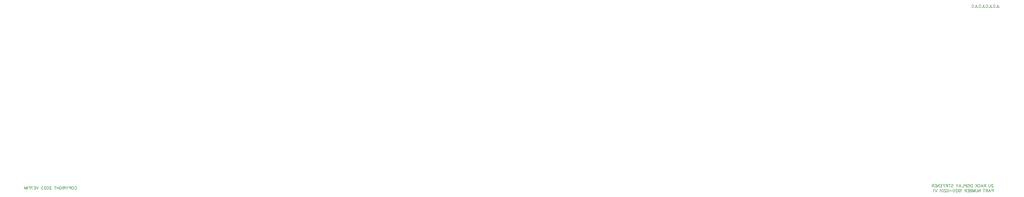
<source format=gbo>
G04 Layer: BottomSilkscreenLayer*
G04 EasyEDA v6.5.29, 2023-07-18 11:26:45*
G04 4de622fa8c6e451e87a0d4283465260b,5a6b42c53f6a479593ecc07194224c93,10*
G04 Gerber Generator version 0.2*
G04 Scale: 100 percent, Rotated: No, Reflected: No *
G04 Dimensions in millimeters *
G04 leading zeros omitted , absolute positions ,4 integer and 5 decimal *
%FSLAX45Y45*%
%MOMM*%

%ADD10C,0.2032*%
%ADD11C,0.1520*%

%LPD*%
D10*
X6141186Y716117D02*
G01*
X6146642Y727026D01*
X6157551Y737936D01*
X6168458Y743389D01*
X6190277Y743389D01*
X6201186Y737936D01*
X6212095Y727026D01*
X6217551Y716117D01*
X6223005Y699754D01*
X6223005Y672482D01*
X6217551Y656117D01*
X6212095Y645208D01*
X6201186Y634298D01*
X6190277Y628845D01*
X6168458Y628845D01*
X6157551Y634298D01*
X6146642Y645208D01*
X6141186Y656117D01*
X6072459Y743389D02*
G01*
X6083368Y737936D01*
X6094277Y727026D01*
X6099733Y716117D01*
X6105187Y699754D01*
X6105187Y672482D01*
X6099733Y656117D01*
X6094277Y645208D01*
X6083368Y634298D01*
X6072459Y628845D01*
X6050640Y628845D01*
X6039733Y634298D01*
X6028824Y645208D01*
X6023368Y656117D01*
X6017915Y672482D01*
X6017915Y699754D01*
X6023368Y716117D01*
X6028824Y727026D01*
X6039733Y737936D01*
X6050640Y743389D01*
X6072459Y743389D01*
X5981915Y743389D02*
G01*
X5981915Y628845D01*
X5981915Y743389D02*
G01*
X5932822Y743389D01*
X5916460Y737936D01*
X5911006Y732482D01*
X5905550Y721573D01*
X5905550Y705208D01*
X5911006Y694298D01*
X5916460Y688845D01*
X5932822Y683389D01*
X5981915Y683389D01*
X5869551Y743389D02*
G01*
X5825914Y688845D01*
X5825914Y628845D01*
X5782279Y743389D02*
G01*
X5825914Y688845D01*
X5746277Y743389D02*
G01*
X5746277Y628845D01*
X5746277Y743389D02*
G01*
X5697186Y743389D01*
X5680824Y737936D01*
X5675370Y732482D01*
X5669915Y721573D01*
X5669915Y710664D01*
X5675370Y699754D01*
X5680824Y694298D01*
X5697186Y688845D01*
X5746277Y688845D01*
X5708096Y688845D02*
G01*
X5669915Y628845D01*
X5633915Y743389D02*
G01*
X5633915Y628845D01*
X5516097Y716117D02*
G01*
X5521551Y727026D01*
X5532460Y737936D01*
X5543369Y743389D01*
X5565188Y743389D01*
X5576097Y737936D01*
X5587006Y727026D01*
X5592460Y716117D01*
X5597916Y699754D01*
X5597916Y672482D01*
X5592460Y656117D01*
X5587006Y645208D01*
X5576097Y634298D01*
X5565188Y628845D01*
X5543369Y628845D01*
X5532460Y634298D01*
X5521551Y645208D01*
X5516097Y656117D01*
X5516097Y672482D01*
X5543369Y672482D02*
G01*
X5516097Y672482D01*
X5480098Y743389D02*
G01*
X5480098Y628845D01*
X5403733Y743389D02*
G01*
X5403733Y628845D01*
X5480098Y688845D02*
G01*
X5403733Y688845D01*
X5329552Y743389D02*
G01*
X5329552Y628845D01*
X5367733Y743389D02*
G01*
X5291371Y743389D01*
X5165915Y716117D02*
G01*
X5165915Y721573D01*
X5160462Y732482D01*
X5155006Y737936D01*
X5144096Y743389D01*
X5122280Y743389D01*
X5111371Y737936D01*
X5105915Y732482D01*
X5100462Y721573D01*
X5100462Y710664D01*
X5105915Y699754D01*
X5116824Y683389D01*
X5171371Y628845D01*
X5095006Y628845D01*
X5026279Y743389D02*
G01*
X5042644Y737936D01*
X5053553Y721573D01*
X5059006Y694298D01*
X5059006Y677936D01*
X5053553Y650664D01*
X5042644Y634298D01*
X5026279Y628845D01*
X5015372Y628845D01*
X4999007Y634298D01*
X4988097Y650664D01*
X4982644Y677936D01*
X4982644Y694298D01*
X4988097Y721573D01*
X4999007Y737936D01*
X5015372Y743389D01*
X5026279Y743389D01*
X4941188Y716117D02*
G01*
X4941188Y721573D01*
X4935735Y732482D01*
X4930279Y737936D01*
X4919370Y743389D01*
X4897554Y743389D01*
X4886645Y737936D01*
X4881189Y732482D01*
X4875735Y721573D01*
X4875735Y710664D01*
X4881189Y699754D01*
X4892098Y683389D01*
X4946644Y628845D01*
X4870279Y628845D01*
X4823371Y743389D02*
G01*
X4763371Y743389D01*
X4796099Y699754D01*
X4779736Y699754D01*
X4768827Y694298D01*
X4763371Y688845D01*
X4757917Y672482D01*
X4757917Y661573D01*
X4763371Y645208D01*
X4774280Y634298D01*
X4790643Y628845D01*
X4807008Y628845D01*
X4823371Y634298D01*
X4828827Y639754D01*
X4834280Y650664D01*
X4637918Y743389D02*
G01*
X4594280Y628845D01*
X4550643Y743389D02*
G01*
X4594280Y628845D01*
X4514644Y743389D02*
G01*
X4514644Y628845D01*
X4514644Y743389D02*
G01*
X4443735Y743389D01*
X4514644Y688845D02*
G01*
X4471009Y688845D01*
X4514644Y628845D02*
G01*
X4443735Y628845D01*
X4331373Y743389D02*
G01*
X4385917Y628845D01*
X4407735Y743389D02*
G01*
X4331373Y743389D01*
X4295373Y743389D02*
G01*
X4295373Y628845D01*
X4295373Y743389D02*
G01*
X4224464Y743389D01*
X4295373Y688845D02*
G01*
X4251736Y688845D01*
X4188462Y743389D02*
G01*
X4188462Y628845D01*
X4152463Y743389D02*
G01*
X4152463Y628845D01*
X4152463Y743389D02*
G01*
X4108828Y628845D01*
X4065191Y743389D02*
G01*
X4108828Y628845D01*
X4065191Y743389D02*
G01*
X4065191Y628845D01*
X44183300Y629089D02*
G01*
X44183300Y514545D01*
X44183300Y629089D02*
G01*
X44134209Y629089D01*
X44117846Y623636D01*
X44112390Y618182D01*
X44106937Y607273D01*
X44106937Y590908D01*
X44112390Y579999D01*
X44117846Y574545D01*
X44134209Y569089D01*
X44183300Y569089D01*
X44027300Y629089D02*
G01*
X44070935Y514545D01*
X44027300Y629089D02*
G01*
X43983663Y514545D01*
X44054572Y552726D02*
G01*
X44000028Y552726D01*
X43947664Y629089D02*
G01*
X43947664Y514545D01*
X43947664Y629089D02*
G01*
X43898573Y629089D01*
X43882210Y623636D01*
X43876755Y618182D01*
X43871300Y607273D01*
X43871300Y596364D01*
X43876755Y585454D01*
X43882210Y579999D01*
X43898573Y574545D01*
X43947664Y574545D01*
X43909482Y574545D02*
G01*
X43871300Y514545D01*
X43797118Y629089D02*
G01*
X43797118Y514545D01*
X43835300Y629089D02*
G01*
X43758937Y629089D01*
X43638937Y629089D02*
G01*
X43638937Y514545D01*
X43638937Y629089D02*
G01*
X43562574Y514545D01*
X43562574Y629089D02*
G01*
X43562574Y514545D01*
X43526572Y629089D02*
G01*
X43526572Y547273D01*
X43521119Y530908D01*
X43510210Y519999D01*
X43493847Y514545D01*
X43482938Y514545D01*
X43466572Y519999D01*
X43455666Y530908D01*
X43450210Y547273D01*
X43450210Y629089D01*
X43414210Y629089D02*
G01*
X43414210Y514545D01*
X43414210Y629089D02*
G01*
X43370573Y514545D01*
X43326938Y629089D02*
G01*
X43370573Y514545D01*
X43326938Y629089D02*
G01*
X43326938Y514545D01*
X43290937Y629089D02*
G01*
X43290937Y514545D01*
X43290937Y629089D02*
G01*
X43241846Y629089D01*
X43225483Y623636D01*
X43220030Y618182D01*
X43214574Y607273D01*
X43214574Y596364D01*
X43220030Y585454D01*
X43225483Y579999D01*
X43241846Y574545D01*
X43290937Y574545D02*
G01*
X43241846Y574545D01*
X43225483Y569089D01*
X43220030Y563636D01*
X43214574Y552726D01*
X43214574Y536364D01*
X43220030Y525454D01*
X43225483Y519999D01*
X43241846Y514545D01*
X43290937Y514545D01*
X43178575Y629089D02*
G01*
X43178575Y514545D01*
X43178575Y629089D02*
G01*
X43107665Y629089D01*
X43178575Y574545D02*
G01*
X43134937Y574545D01*
X43178575Y514545D02*
G01*
X43107665Y514545D01*
X43071666Y629089D02*
G01*
X43071666Y514545D01*
X43071666Y629089D02*
G01*
X43022575Y629089D01*
X43006210Y623636D01*
X43000757Y618182D01*
X42995301Y607273D01*
X42995301Y596364D01*
X43000757Y585454D01*
X43006210Y579999D01*
X43022575Y574545D01*
X43071666Y574545D01*
X43033485Y574545D02*
G01*
X42995301Y514545D01*
X42875301Y607273D02*
G01*
X42864392Y612726D01*
X42848029Y629089D01*
X42848029Y514545D01*
X42741121Y590908D02*
G01*
X42746574Y574545D01*
X42757483Y563636D01*
X42773848Y558182D01*
X42779302Y558182D01*
X42795667Y563636D01*
X42806574Y574545D01*
X42812030Y590908D01*
X42812030Y596364D01*
X42806574Y612726D01*
X42795667Y623636D01*
X42779302Y629089D01*
X42773848Y629089D01*
X42757483Y623636D01*
X42746574Y612726D01*
X42741121Y590908D01*
X42741121Y563636D01*
X42746574Y536364D01*
X42757483Y519999D01*
X42773848Y514545D01*
X42784758Y514545D01*
X42801120Y519999D01*
X42806574Y530908D01*
X42699665Y601817D02*
G01*
X42699665Y607273D01*
X42694212Y618182D01*
X42688756Y623636D01*
X42677849Y629089D01*
X42656031Y629089D01*
X42645121Y623636D01*
X42639665Y618182D01*
X42634212Y607273D01*
X42634212Y596364D01*
X42639665Y585454D01*
X42650575Y569089D01*
X42705121Y514545D01*
X42628756Y514545D01*
X42560031Y629089D02*
G01*
X42576394Y623636D01*
X42587303Y607273D01*
X42592757Y579999D01*
X42592757Y563636D01*
X42587303Y536364D01*
X42576394Y519999D01*
X42560031Y514545D01*
X42549122Y514545D01*
X42532757Y519999D01*
X42521847Y536364D01*
X42516394Y563636D01*
X42516394Y579999D01*
X42521847Y607273D01*
X42532757Y623636D01*
X42549122Y629089D01*
X42560031Y629089D01*
X42480395Y563636D02*
G01*
X42382213Y563636D01*
X42313486Y629089D02*
G01*
X42329849Y623636D01*
X42340758Y607273D01*
X42346211Y579999D01*
X42346211Y563636D01*
X42340758Y536364D01*
X42329849Y519999D01*
X42313486Y514545D01*
X42302577Y514545D01*
X42286212Y519999D01*
X42275302Y536364D01*
X42269849Y563636D01*
X42269849Y579999D01*
X42275302Y607273D01*
X42286212Y623636D01*
X42302577Y629089D01*
X42313486Y629089D01*
X42228394Y601817D02*
G01*
X42228394Y607273D01*
X42222940Y618182D01*
X42217484Y623636D01*
X42206575Y629089D01*
X42184759Y629089D01*
X42173850Y623636D01*
X42168394Y618182D01*
X42162940Y607273D01*
X42162940Y596364D01*
X42168394Y585454D01*
X42179303Y569089D01*
X42233850Y514545D01*
X42157484Y514545D01*
X42088757Y629089D02*
G01*
X42105122Y623636D01*
X42116032Y607273D01*
X42121485Y579999D01*
X42121485Y563636D01*
X42116032Y536364D01*
X42105122Y519999D01*
X42088757Y514545D01*
X42077850Y514545D01*
X42061485Y519999D01*
X42050576Y536364D01*
X42045122Y563636D01*
X42045122Y579999D01*
X42050576Y607273D01*
X42061485Y623636D01*
X42077850Y629089D01*
X42088757Y629089D01*
X42009123Y607273D02*
G01*
X41998214Y612726D01*
X41981848Y629089D01*
X41981848Y514545D01*
X41861849Y629089D02*
G01*
X41818214Y514545D01*
X41774577Y629089D02*
G01*
X41818214Y514545D01*
X41738577Y607273D02*
G01*
X41727668Y612726D01*
X41711305Y629089D01*
X41711305Y514545D01*
X44177846Y805017D02*
G01*
X44177846Y810473D01*
X44172390Y821382D01*
X44166937Y826836D01*
X44156028Y832289D01*
X44134209Y832289D01*
X44123300Y826836D01*
X44117846Y821382D01*
X44112390Y810473D01*
X44112390Y799564D01*
X44117846Y788654D01*
X44128753Y772289D01*
X44183300Y717745D01*
X44106937Y717745D01*
X44070935Y832289D02*
G01*
X44070935Y750473D01*
X44065482Y734108D01*
X44054572Y723199D01*
X44038210Y717745D01*
X44027300Y717745D01*
X44010935Y723199D01*
X44000028Y734108D01*
X43994572Y750473D01*
X43994572Y832289D01*
X43874573Y832289D02*
G01*
X43874573Y717745D01*
X43874573Y832289D02*
G01*
X43825482Y832289D01*
X43809119Y826836D01*
X43803663Y821382D01*
X43798210Y810473D01*
X43798210Y799564D01*
X43803663Y788654D01*
X43809119Y783199D01*
X43825482Y777745D01*
X43874573Y777745D01*
X43836391Y777745D02*
G01*
X43798210Y717745D01*
X43718573Y832289D02*
G01*
X43762211Y717745D01*
X43718573Y832289D02*
G01*
X43674936Y717745D01*
X43745845Y755926D02*
G01*
X43691302Y755926D01*
X43557118Y805017D02*
G01*
X43562574Y815926D01*
X43573484Y826836D01*
X43584390Y832289D01*
X43606209Y832289D01*
X43617118Y826836D01*
X43628028Y815926D01*
X43633483Y805017D01*
X43638937Y788654D01*
X43638937Y761382D01*
X43633483Y745017D01*
X43628028Y734108D01*
X43617118Y723199D01*
X43606209Y717745D01*
X43584390Y717745D01*
X43573484Y723199D01*
X43562574Y734108D01*
X43557118Y745017D01*
X43521119Y832289D02*
G01*
X43521119Y717745D01*
X43444756Y832289D02*
G01*
X43521119Y755926D01*
X43493847Y783199D02*
G01*
X43444756Y717745D01*
X43324757Y832289D02*
G01*
X43324757Y717745D01*
X43324757Y832289D02*
G01*
X43286573Y832289D01*
X43270210Y826836D01*
X43259301Y815926D01*
X43253847Y805017D01*
X43248392Y788654D01*
X43248392Y761382D01*
X43253847Y745017D01*
X43259301Y734108D01*
X43270210Y723199D01*
X43286573Y717745D01*
X43324757Y717745D01*
X43212392Y832289D02*
G01*
X43212392Y717745D01*
X43100030Y815926D02*
G01*
X43110937Y826836D01*
X43127302Y832289D01*
X43149121Y832289D01*
X43165483Y826836D01*
X43176393Y815926D01*
X43176393Y805017D01*
X43170937Y794108D01*
X43165483Y788654D01*
X43154574Y783199D01*
X43121846Y772289D01*
X43110937Y766836D01*
X43105484Y761382D01*
X43100030Y750473D01*
X43100030Y734108D01*
X43110937Y723199D01*
X43127302Y717745D01*
X43149121Y717745D01*
X43165483Y723199D01*
X43176393Y734108D01*
X43064028Y832289D02*
G01*
X43064028Y717745D01*
X43064028Y832289D02*
G01*
X43014938Y832289D01*
X42998575Y826836D01*
X42993119Y821382D01*
X42987666Y810473D01*
X42987666Y794108D01*
X42993119Y783199D01*
X42998575Y777745D01*
X43014938Y772289D01*
X43064028Y772289D01*
X42951666Y832289D02*
G01*
X42951666Y717745D01*
X42951666Y717745D02*
G01*
X42886210Y717745D01*
X42806574Y832289D02*
G01*
X42850211Y717745D01*
X42806574Y832289D02*
G01*
X42762939Y717745D01*
X42833848Y755926D02*
G01*
X42779302Y755926D01*
X42726940Y832289D02*
G01*
X42683302Y777745D01*
X42683302Y717745D01*
X42639665Y832289D02*
G01*
X42683302Y777745D01*
X42443303Y815926D02*
G01*
X42454212Y826836D01*
X42470575Y832289D01*
X42492394Y832289D01*
X42508756Y826836D01*
X42519666Y815926D01*
X42519666Y805017D01*
X42514212Y794108D01*
X42508756Y788654D01*
X42497849Y783199D01*
X42465122Y772289D01*
X42454212Y766836D01*
X42448756Y761382D01*
X42443303Y750473D01*
X42443303Y734108D01*
X42454212Y723199D01*
X42470575Y717745D01*
X42492394Y717745D01*
X42508756Y723199D01*
X42519666Y734108D01*
X42369122Y832289D02*
G01*
X42369122Y717745D01*
X42407304Y832289D02*
G01*
X42330938Y832289D01*
X42294939Y832289D02*
G01*
X42294939Y717745D01*
X42258940Y832289D02*
G01*
X42258940Y717745D01*
X42258940Y832289D02*
G01*
X42188030Y832289D01*
X42258940Y777745D02*
G01*
X42215302Y777745D01*
X42152031Y832289D02*
G01*
X42152031Y717745D01*
X42152031Y832289D02*
G01*
X42081122Y832289D01*
X42152031Y777745D02*
G01*
X42108394Y777745D01*
X42045122Y832289D02*
G01*
X42045122Y717745D01*
X42045122Y832289D02*
G01*
X41974213Y832289D01*
X42045122Y777745D02*
G01*
X42001485Y777745D01*
X42045122Y717745D02*
G01*
X41974213Y717745D01*
X41938214Y832289D02*
G01*
X41938214Y717745D01*
X41938214Y832289D02*
G01*
X41861849Y717745D01*
X41861849Y832289D02*
G01*
X41861849Y717745D01*
X41825849Y832289D02*
G01*
X41825849Y717745D01*
X41825849Y832289D02*
G01*
X41754940Y832289D01*
X41825849Y777745D02*
G01*
X41782215Y777745D01*
X41825849Y717745D02*
G01*
X41754940Y717745D01*
X41718941Y832289D02*
G01*
X41718941Y717745D01*
X41718941Y832289D02*
G01*
X41669850Y832289D01*
X41653487Y826836D01*
X41648032Y821382D01*
X41642578Y810473D01*
X41642578Y799564D01*
X41648032Y788654D01*
X41653487Y783199D01*
X41669850Y777745D01*
X41718941Y777745D01*
X41680759Y777745D02*
G01*
X41642578Y717745D01*
D11*
X44385351Y8268741D02*
G01*
X44385351Y8185614D01*
X44390548Y8170026D01*
X44395743Y8164832D01*
X44406134Y8159638D01*
X44416525Y8159638D01*
X44426916Y8164832D01*
X44432113Y8170026D01*
X44437307Y8185614D01*
X44437307Y8196005D01*
X44351061Y8268741D02*
G01*
X44351061Y8159638D01*
X44351061Y8159638D02*
G01*
X44288717Y8159638D01*
X44176495Y8242764D02*
G01*
X44181692Y8253155D01*
X44192083Y8263547D01*
X44202471Y8268741D01*
X44223254Y8268741D01*
X44233645Y8263547D01*
X44244036Y8253155D01*
X44249233Y8242764D01*
X44254427Y8227176D01*
X44254427Y8201200D01*
X44249233Y8185614D01*
X44244036Y8175223D01*
X44233645Y8164832D01*
X44223254Y8159638D01*
X44202471Y8159638D01*
X44192083Y8164832D01*
X44181692Y8175223D01*
X44176495Y8185614D01*
X44090252Y8268741D02*
G01*
X44090252Y8185614D01*
X44095446Y8170026D01*
X44100643Y8164832D01*
X44111031Y8159638D01*
X44121423Y8159638D01*
X44131814Y8164832D01*
X44137011Y8170026D01*
X44142205Y8185614D01*
X44142205Y8196005D01*
X44055962Y8268741D02*
G01*
X44055962Y8159638D01*
X44055962Y8159638D02*
G01*
X43993615Y8159638D01*
X43881393Y8242764D02*
G01*
X43886589Y8253155D01*
X43896981Y8263547D01*
X43907372Y8268741D01*
X43928151Y8268741D01*
X43938543Y8263547D01*
X43948934Y8253155D01*
X43954131Y8242764D01*
X43959325Y8227176D01*
X43959325Y8201200D01*
X43954131Y8185614D01*
X43948934Y8175223D01*
X43938543Y8164832D01*
X43928151Y8159638D01*
X43907372Y8159638D01*
X43896981Y8164832D01*
X43886589Y8175223D01*
X43881393Y8185614D01*
X43795149Y8268741D02*
G01*
X43795149Y8185614D01*
X43800344Y8170026D01*
X43805541Y8164832D01*
X43815932Y8159638D01*
X43826323Y8159638D01*
X43836711Y8164832D01*
X43841908Y8170026D01*
X43847103Y8185614D01*
X43847103Y8196005D01*
X43760859Y8268741D02*
G01*
X43760859Y8159638D01*
X43760859Y8159638D02*
G01*
X43698513Y8159638D01*
X43586293Y8242764D02*
G01*
X43591487Y8253155D01*
X43601878Y8263547D01*
X43612269Y8268741D01*
X43633052Y8268741D01*
X43643443Y8263547D01*
X43653831Y8253155D01*
X43659028Y8242764D01*
X43664223Y8227176D01*
X43664223Y8201200D01*
X43659028Y8185614D01*
X43653831Y8175223D01*
X43643443Y8164832D01*
X43633052Y8159638D01*
X43612269Y8159638D01*
X43601878Y8164832D01*
X43591487Y8175223D01*
X43586293Y8185614D01*
X43500047Y8268741D02*
G01*
X43500047Y8185614D01*
X43505241Y8170026D01*
X43510438Y8164832D01*
X43520829Y8159638D01*
X43531221Y8159638D01*
X43541612Y8164832D01*
X43546806Y8170026D01*
X43552003Y8185614D01*
X43552003Y8196005D01*
X43465757Y8268741D02*
G01*
X43465757Y8159638D01*
X43465757Y8159638D02*
G01*
X43403413Y8159638D01*
X43291191Y8242764D02*
G01*
X43296385Y8253155D01*
X43306776Y8263547D01*
X43317167Y8268741D01*
X43337949Y8268741D01*
X43348341Y8263547D01*
X43358732Y8253155D01*
X43363926Y8242764D01*
X43369123Y8227176D01*
X43369123Y8201200D01*
X43363926Y8185614D01*
X43358732Y8175223D01*
X43348341Y8164832D01*
X43337949Y8159638D01*
X43317167Y8159638D01*
X43306776Y8164832D01*
X43296385Y8175223D01*
X43291191Y8185614D01*
M02*

</source>
